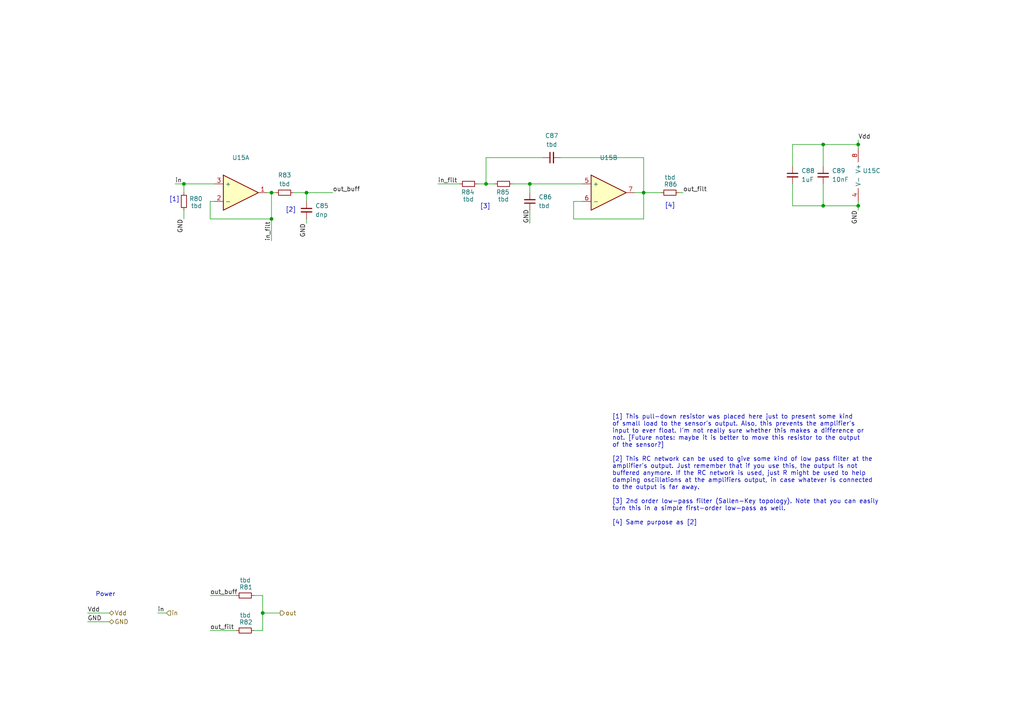
<source format=kicad_sch>
(kicad_sch (version 20231120) (generator "eeschema") (generator_version "8.0")
  (paper "A4")
  (lib_symbols
    (symbol "Device:C_Small" (pin_numbers hide) (pin_names (offset 0.254) hide)
      (property "Reference" "C" (at 0.254 1.778 0))
      (property "Value" "C_Small" (at 0.254 -2.032 0))
      (symbol "C_Small_0_1"
        (polyline (pts (xy -1.524 -0.508) (xy 1.524 -0.508)) (stroke (width 0.3302)))
        (polyline (pts (xy -1.524 0.508) (xy 1.524 0.508)) (stroke (width 0.3048)))
      )
      (symbol "C_Small_1_1"
        (pin passive line (at 0 2.54 270) (length 2.032) (name "~") (number "1"))
        (pin passive line (at 0 -2.54 90) (length 2.032) (name "~") (number "2"))
      )
    )
    (symbol "Device:Opamp_Dual"
      (property "Reference" "U" (at 0 5.08 0))
      (property "Value" "Opamp_Dual" (at 0 -5.08 0))
      (symbol "Opamp_Dual_1_1"
        (polyline (pts (xy -5.08 5.08) (xy 5.08 0) (xy -5.08 -5.08) (xy -5.08 5.08)) (stroke (width 0.254)) (fill (type background)))
        (pin output line (at 7.62 0 180) (length 2.54) (name "~") (number "1"))
        (pin input line (at -7.62 -2.54 0) (length 2.54) (name "-") (number "2"))
        (pin input line (at -7.62 2.54 0) (length 2.54) (name "+") (number "3"))
      )
      (symbol "Opamp_Dual_2_1"
        (polyline (pts (xy -5.08 5.08) (xy 5.08 0) (xy -5.08 -5.08) (xy -5.08 5.08)) (stroke (width 0.254)) (fill (type background)))
        (pin input line (at -7.62 2.54 0) (length 2.54) (name "+") (number "5"))
        (pin input line (at -7.62 -2.54 0) (length 2.54) (name "-") (number "6"))
        (pin output line (at 7.62 0 180) (length 2.54) (name "~") (number "7"))
      )
      (symbol "Opamp_Dual_3_1"
        (pin power_in line (at -2.54 -7.62 90) (length 3.81) (name "V-") (number "4"))
        (pin power_in line (at -2.54 7.62 270) (length 3.81) (name "V+") (number "8"))
      )
    )
    (symbol "Device:R_Small" (pin_numbers hide) (pin_names (offset 0.254) hide)
      (property "Reference" "R" (at 0.762 0.508 0))
      (property "Value" "R_Small" (at 0.762 -1.016 0))
      (symbol "R_Small_0_1"
        (rectangle (start -0.762 1.778) (end 0.762 -1.778) (stroke (width 0.2032)))
      )
      (symbol "R_Small_1_1"
        (pin passive line (at 0 2.54 270) (length 0.762) (name "~") (number "1"))
        (pin passive line (at 0 -2.54 90) (length 0.762) (name "~") (number "2"))
      )
    )
  )
  (junction (at 78.74 55.88))
  (junction (at 248.92 59.69))
  (junction (at 153.67 53.34))
  (junction (at 238.76 59.69))
  (junction (at 53.34 53.34))
  (junction (at 140.97 53.34))
  (junction (at 238.76 41.91))
  (junction (at 78.74 63.5))
  (junction (at 76.2 177.8))
  (junction (at 186.69 55.88))
  (junction (at 88.9 55.88))
  (junction (at 248.92 41.91))
  (wire (pts (xy 229.87 48.26) (xy 229.87 41.91)))
  (wire (pts (xy 238.76 41.91) (xy 248.92 41.91)))
  (wire (pts (xy 198.12 55.88) (xy 196.85 55.88)))
  (wire (pts (xy 31.75 177.8) (xy 25.4 177.8)))
  (wire (pts (xy 153.67 53.34) (xy 153.67 55.88)))
  (wire (pts (xy 50.8 53.34) (xy 53.34 53.34)))
  (wire (pts (xy 53.34 60.96) (xy 53.34 63.5)))
  (wire (pts (xy 229.87 59.69) (xy 238.76 59.69)))
  (wire (pts (xy 31.75 180.34) (xy 25.4 180.34)))
  (wire (pts (xy 186.69 45.72) (xy 186.69 55.88)))
  (wire (pts (xy 153.67 53.34) (xy 168.91 53.34)))
  (wire (pts (xy 88.9 55.88) (xy 85.09 55.88)))
  (wire (pts (xy 60.96 182.88) (xy 68.58 182.88)))
  (wire (pts (xy 166.37 58.42) (xy 166.37 63.5)))
  (wire (pts (xy 248.92 40.64) (xy 248.92 41.91)))
  (wire (pts (xy 186.69 63.5) (xy 186.69 55.88)))
  (wire (pts (xy 78.74 63.5) (xy 78.74 69.85)))
  (wire (pts (xy 76.2 177.8) (xy 81.28 177.8)))
  (wire (pts (xy 60.96 58.42) (xy 60.96 63.5)))
  (wire (pts (xy 76.2 172.72) (xy 73.66 172.72)))
  (wire (pts (xy 88.9 64.77) (xy 88.9 63.5)))
  (wire (pts (xy 78.74 55.88) (xy 80.01 55.88)))
  (wire (pts (xy 78.74 63.5) (xy 78.74 55.88)))
  (wire (pts (xy 248.92 58.42) (xy 248.92 59.69)))
  (wire (pts (xy 168.91 58.42) (xy 166.37 58.42)))
  (wire (pts (xy 60.96 63.5) (xy 78.74 63.5)))
  (wire (pts (xy 60.96 172.72) (xy 68.58 172.72)))
  (wire (pts (xy 184.15 55.88) (xy 186.69 55.88)))
  (wire (pts (xy 88.9 55.88) (xy 96.52 55.88)))
  (wire (pts (xy 248.92 59.69) (xy 248.92 60.96)))
  (wire (pts (xy 248.92 41.91) (xy 248.92 43.18)))
  (wire (pts (xy 238.76 48.26) (xy 238.76 41.91)))
  (wire (pts (xy 53.34 55.88) (xy 53.34 53.34)))
  (wire (pts (xy 229.87 41.91) (xy 238.76 41.91)))
  (wire (pts (xy 88.9 58.42) (xy 88.9 55.88)))
  (wire (pts (xy 162.56 45.72) (xy 186.69 45.72)))
  (wire (pts (xy 153.67 60.96) (xy 153.67 64.77)))
  (wire (pts (xy 238.76 59.69) (xy 248.92 59.69)))
  (wire (pts (xy 73.66 182.88) (xy 76.2 182.88)))
  (wire (pts (xy 166.37 63.5) (xy 186.69 63.5)))
  (wire (pts (xy 76.2 177.8) (xy 76.2 172.72)))
  (wire (pts (xy 238.76 53.34) (xy 238.76 59.69)))
  (wire (pts (xy 53.34 53.34) (xy 62.23 53.34)))
  (wire (pts (xy 45.72 177.8) (xy 48.26 177.8)))
  (wire (pts (xy 76.2 182.88) (xy 76.2 177.8)))
  (wire (pts (xy 78.74 55.88) (xy 77.47 55.88)))
  (wire (pts (xy 191.77 55.88) (xy 186.69 55.88)))
  (wire (pts (xy 138.43 53.34) (xy 140.97 53.34)))
  (wire (pts (xy 140.97 45.72) (xy 140.97 53.34)))
  (wire (pts (xy 157.48 45.72) (xy 140.97 45.72)))
  (wire (pts (xy 127 53.34) (xy 133.35 53.34)))
  (wire (pts (xy 229.87 53.34) (xy 229.87 59.69)))
  (wire (pts (xy 62.23 58.42) (xy 60.96 58.42)))
  (wire (pts (xy 140.97 53.34) (xy 143.51 53.34)))
  (wire (pts (xy 148.59 53.34) (xy 153.67 53.34)))
  (text "[1] This pull-down resistor was placed here just to present some kind\nof small load to the sensor's output. Also, this prevents the amplifier's\ninput to ever float. I'm not really sure whether this makes a difference or\nnot. [Future notes: maybe it is better to move this resistor to the output\nof the sensor?]\n\n[2] This RC network can be used to give some kind of low pass filter at the\namplifier's output. Just remember that if you use this, the output is not \nbuffered anymore. If the RC network is used, just R might be used to help\ndamping oscillations at the amplifiers output, in case whatever is connected\nto the output is far away.\n\n[3] 2nd order low-pass filter (Sallen-Key topology). Note that you can easily\nturn this in a simple first-order low-pass as well. \n\n[4] Same purpose as [2]" (at 177.546 152.4 0) (effects (font (size 1.27 1.27)) (justify left bottom)))
  (text "[3]" (at 139.192 60.706 0) (effects (font (size 1.27 1.27)) (justify left bottom)))
  (text "Power" (at 27.686 172.466 0) (effects (font (size 1.27 1.27)) (justify left)))
  (text "[1]" (at 49.022 58.674 0) (effects (font (size 1.27 1.27)) (justify left bottom)))
  (text "[2]" (at 82.804 61.722 0) (effects (font (size 1.27 1.27)) (justify left bottom)))
  (text "[4]" (at 192.786 60.452 0) (effects (font (size 1.27 1.27)) (justify left bottom)))
  (label "out_buff" (at 96.52 55.88 0))
  (label "GND" (at 153.67 64.77 90))
  (label "Vdd" (at 25.4 177.8 0))
  (label "GND" (at 25.4 180.34 0))
  (label "Vdd" (at 248.92 40.64 0))
  (label "GND" (at 248.92 60.96 270))
  (label "out_buff" (at 60.96 172.72 0))
  (label "in" (at 45.72 177.8 0))
  (label "in_filt" (at 127 53.34 0))
  (label "in" (at 50.8 53.34 0))
  (label "out_filt" (at 198.12 55.88 0))
  (label "in_filt" (at 78.74 69.85 90))
  (label "out_filt" (at 60.96 182.88 0))
  (label "GND" (at 88.9 64.77 270))
  (label "GND" (at 53.34 63.5 270))
  (hierarchical_label "Vdd" (shape bidirectional) (at 31.75 177.8 0))
  (hierarchical_label "in" (shape input) (at 48.26 177.8 0))
  (hierarchical_label "GND" (shape bidirectional) (at 31.75 180.34 0))
  (hierarchical_label "out" (shape output) (at 81.28 177.8 0))
  (symbol (lib_id "Device:Opamp_Dual") (at 176.53 55.88 0) (unit 2)
    (property "Reference" "U15" (at 176.53 45.72 0))
    (property "Value" "Opamp_Dual" (effects (hide yes)))
    (property "Description" "Dual operational amplifier" (effects (hide yes)))
    (property "Sim.Library" "${KICAD7_SYMBOL_DIR}/Simulation_SPICE.sp" (effects (hide yes)))
    (property "Sim.Name" "kicad_builtin_opamp_dual" (effects (hide yes)))
    (property "Sim.Device" "SUBCKT" (effects (hide yes)))
    (property "Sim.Pins" "1=out1 2=in1- 3=in1+ 4=vee 5=in2+ 6=in2- 7=out2 8=vcc" (effects (hide yes)))
    (instances (project "" (path "" (reference "U15") (unit 2)) (path "" (reference "U13") (unit 2)) (path "" (reference "U14") (unit 2))))
  )
  (symbol (lib_id "Device:Opamp_Dual") (at 251.46 50.8 0) (unit 3)
    (property "Reference" "U15" (at 250.19 49.5299 0) (effects (justify left)))
    (property "Value" "Opamp_Dual" (effects (hide yes)))
    (property "Description" "Dual operational amplifier" (effects (hide yes)))
    (property "Sim.Library" "${KICAD7_SYMBOL_DIR}/Simulation_SPICE.sp" (effects (hide yes)))
    (property "Sim.Name" "kicad_builtin_opamp_dual" (effects (hide yes)))
    (property "Sim.Device" "SUBCKT" (effects (hide yes)))
    (property "Sim.Pins" "1=out1 2=in1- 3=in1+ 4=vee 5=in2+ 6=in2- 7=out2 8=vcc" (effects (hide yes)))
    (instances (project "" (path "" (reference "U15") (unit 3)) (path "" (reference "U11") (unit 3)) (path "" (reference "U12") (unit 3))))
  )
  (symbol (lib_id "Device:R_Small") (at 53.34 58.42 180) (unit 1)
    (property "Reference" "R80" (at 54.864 57.658 0) (effects (justify right)))
    (property "Value" "tbd" (at 55.372 59.69 0) (effects (justify right)))
    (property "Footprint" "Resistor_SMD:R_0805_2012Metric_Pad1.20x1.40mm_HandSolder" (effects (hide yes)))
    (property "Description" "Resistor, small symbol" (effects (hide yes)))
    (instances (project "buck-boost-xp" (path "" (reference "R80") (unit 1)) (path "" (reference "R43") (unit 1)) (path "" (reference "R45") (unit 1))))
  )
  (symbol (lib_id "Device:C_Small") (at 88.9 60.96 0) (unit 1)
    (property "Reference" "C85" (at 91.44 59.6962 0) (effects (justify left)))
    (property "Value" "dnp" (at 91.44 62.2362 0) (effects (justify left)))
    (property "Footprint" "Capacitor_SMD:C_0805_2012Metric_Pad1.18x1.45mm_HandSolder" (effects (hide yes)))
    (property "Description" "Unpolarized capacitor, small symbol" (effects (hide yes)))
    (instances (project "buck-boost-xp" (path "" (reference "C85") (unit 1)) (path "" (reference "C57") (unit 1)) (path "" (reference "C58") (unit 1))))
  )
  (symbol (lib_id "Device:C_Small") (at 153.67 58.42 180) (unit 1)
    (property "Reference" "C86" (at 156.21 57.1435 0) (effects (justify right)))
    (property "Value" "tbd" (at 156.21 59.6835 0) (effects (justify right)))
    (property "Footprint" "Capacitor_SMD:C_0805_2012Metric_Pad1.18x1.45mm_HandSolder" (effects (hide yes)))
    (property "Description" "Unpolarized capacitor, small symbol" (effects (hide yes)))
    (instances (project "buck-boost-xp" (path "" (reference "C86") (unit 1)) (path "" (reference "C70") (unit 1)) (path "" (reference "C59") (unit 1))))
  )
  (symbol (lib_id "Device:C_Small") (at 229.87 50.8 0) (unit 1)
    (property "Reference" "C88" (at 232.41 49.5362 0) (effects (justify left)))
    (property "Value" "1uF" (at 232.41 52.0762 0) (effects (justify left)))
    (property "Footprint" "Capacitor_SMD:C_0805_2012Metric_Pad1.18x1.45mm_HandSolder" (effects (hide yes)))
    (property "Description" "Unpolarized capacitor, small symbol" (effects (hide yes)))
    (instances (project "buck-boost-xp" (path "" (reference "C88") (unit 1)) (path "" (reference "C76") (unit 1)) (path "" (reference "C61") (unit 1))))
  )
  (symbol (lib_id "Device:R_Small") (at 71.12 172.72 270) (unit 1)
    (property "Reference" "R81" (at 73.279 170.307 90) (effects (justify right)))
    (property "Value" "tbd" (at 72.771 168.275 90) (effects (justify right)))
    (property "Footprint" "Resistor_SMD:R_0805_2012Metric_Pad1.20x1.40mm_HandSolder" (effects (hide yes)))
    (property "Description" "Resistor, small symbol" (effects (hide yes)))
    (instances (project "buck-boost-xp" (path "" (reference "R81") (unit 1)) (path "" (reference "R44") (unit 1)) (path "" (reference "R46") (unit 1))))
  )
  (symbol (lib_id "Device:R_Small") (at 146.05 53.34 90) (unit 1)
    (property "Reference" "R85" (at 143.891 55.753 90) (effects (justify right)))
    (property "Value" "tbd" (at 144.399 57.785 90) (effects (justify right)))
    (property "Footprint" "Resistor_SMD:R_0805_2012Metric_Pad1.20x1.40mm_HandSolder" (effects (hide yes)))
    (property "Description" "Resistor, small symbol" (effects (hide yes)))
    (instances (project "buck-boost-xp" (path "" (reference "R85") (unit 1)) (path "" (reference "R79") (unit 1)) (path "" (reference "R50") (unit 1))))
  )
  (symbol (lib_id "Device:C_Small") (at 238.76 50.8 0) (unit 1)
    (property "Reference" "C89" (at 241.3 49.5362 0) (effects (justify left)))
    (property "Value" "10nF" (at 241.3 52.0762 0) (effects (justify left)))
    (property "Footprint" "Capacitor_SMD:C_0805_2012Metric_Pad1.18x1.45mm_HandSolder" (effects (hide yes)))
    (property "Description" "Unpolarized capacitor, small symbol" (effects (hide yes)))
    (instances (project "buck-boost-xp" (path "" (reference "C89") (unit 1)) (path "" (reference "C84") (unit 1)) (path "" (reference "C62") (unit 1))))
  )
  (symbol (lib_id "Device:C_Small") (at 160.02 45.72 90) (unit 1)
    (property "Reference" "C87" (at 160.0263 39.37 90))
    (property "Value" "tbd" (at 160.0263 41.91 90))
    (property "Footprint" "Capacitor_SMD:C_0805_2012Metric_Pad1.18x1.45mm_HandSolder" (effects (hide yes)))
    (property "Description" "Unpolarized capacitor, small symbol" (effects (hide yes)))
    (instances (project "buck-boost-xp" (path "" (reference "C87") (unit 1)) (path "" (reference "C71") (unit 1)) (path "" (reference "C60") (unit 1))))
  )
  (symbol (lib_id "Device:R_Small") (at 135.89 53.34 90) (unit 1)
    (property "Reference" "R84" (at 133.731 55.753 90) (effects (justify right)))
    (property "Value" "tbd" (at 134.239 57.785 90) (effects (justify right)))
    (property "Footprint" "Resistor_SMD:R_0805_2012Metric_Pad1.20x1.40mm_HandSolder" (effects (hide yes)))
    (property "Description" "Resistor, small symbol" (effects (hide yes)))
    (instances (project "buck-boost-xp" (path "" (reference "R84") (unit 1)) (path "" (reference "R71") (unit 1)) (path "" (reference "R49") (unit 1))))
  )
  (symbol (lib_id "Device:R_Small") (at 71.12 182.88 270) (unit 1)
    (property "Reference" "R82" (at 73.279 180.467 90) (effects (justify right)))
    (property "Value" "tbd" (at 72.771 178.435 90) (effects (justify right)))
    (property "Footprint" "Resistor_SMD:R_0805_2012Metric_Pad1.20x1.40mm_HandSolder" (effects (hide yes)))
    (property "Description" "Resistor, small symbol" (effects (hide yes)))
    (instances (project "buck-boost-xp" (path "" (reference "R82") (unit 1)) (path "" (reference "R61") (unit 1)) (path "" (reference "R47") (unit 1))))
  )
  (symbol (lib_id "Device:R_Small") (at 194.31 55.88 270) (unit 1)
    (property "Reference" "R86" (at 196.469 53.467 90) (effects (justify right)))
    (property "Value" "tbd" (at 195.961 51.435 90) (effects (justify right)))
    (property "Footprint" "Resistor_SMD:R_0805_2012Metric_Pad1.20x1.40mm_HandSolder" (effects (hide yes)))
    (property "Description" "Resistor, small symbol" (effects (hide yes)))
    (instances (project "buck-boost-xp" (path "" (reference "R86") (unit 1)) (path "" (reference "R87") (unit 1)) (path "" (reference "R51") (unit 1))))
  )
  (symbol (lib_id "Device:Opamp_Dual") (at 69.85 55.88 0) (unit 1)
    (property "Reference" "U15" (at 69.85 45.72 0))
    (property "Value" "Opamp_Dual" (effects (hide yes)))
    (property "Description" "Dual operational amplifier" (effects (hide yes)))
    (property "Sim.Library" "${KICAD7_SYMBOL_DIR}/Simulation_SPICE.sp" (effects (hide yes)))
    (property "Sim.Name" "kicad_builtin_opamp_dual" (effects (hide yes)))
    (property "Sim.Device" "SUBCKT" (effects (hide yes)))
    (property "Sim.Pins" "1=out1 2=in1- 3=in1+ 4=vee 5=in2+ 6=in2- 7=out2 8=vcc" (effects (hide yes)))
    (instances (project "" (path "" (reference "U15") (unit 1)) (path "" (reference "U13") (unit 1)) (path "" (reference "U14") (unit 1))))
  )
  (symbol (lib_id "Device:R_Small") (at 82.55 55.88 90) (unit 1)
    (property "Reference" "R83" (at 82.55 50.8 90))
    (property "Value" "tbd" (at 82.55 53.34 90))
    (property "Footprint" "Resistor_SMD:R_0805_2012Metric_Pad1.20x1.40mm_HandSolder" (effects (hide yes)))
    (property "Description" "Resistor, small symbol" (effects (hide yes)))
    (instances (project "buck-boost-xp" (path "" (reference "R83") (unit 1)) (path "" (reference "R62") (unit 1)) (path "" (reference "R48") (unit 1))))
  )
)
</source>
